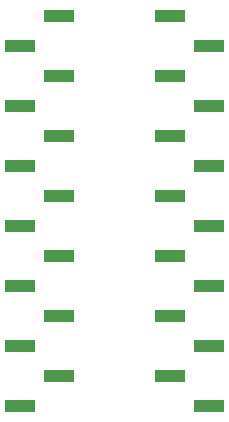
<source format=gbp>
G04 #@! TF.GenerationSoftware,KiCad,Pcbnew,9.0.6*
G04 #@! TF.CreationDate,2026-01-08T22:08:58-06:00*
G04 #@! TF.ProjectId,QFN-24_4x4_P0.5,51464e2d-3234-45f3-9478-345f50302e35,rev?*
G04 #@! TF.SameCoordinates,Original*
G04 #@! TF.FileFunction,Paste,Bot*
G04 #@! TF.FilePolarity,Positive*
%FSLAX46Y46*%
G04 Gerber Fmt 4.6, Leading zero omitted, Abs format (unit mm)*
G04 Created by KiCad (PCBNEW 9.0.6) date 2026-01-08 22:08:58*
%MOMM*%
%LPD*%
G01*
G04 APERTURE LIST*
%ADD10R,2.510000X1.000000*%
G04 APERTURE END LIST*
D10*
X131195000Y-129286000D03*
X127885000Y-126746000D03*
X131195000Y-124206000D03*
X127885000Y-121666000D03*
X131195000Y-119126000D03*
X127885000Y-116586000D03*
X131195000Y-114046000D03*
X127885000Y-111506000D03*
X131195000Y-108966000D03*
X127885000Y-106426000D03*
X131195000Y-103886000D03*
X127885000Y-101346000D03*
X131195000Y-98806000D03*
X127885000Y-96266000D03*
X115185000Y-129286000D03*
X118495000Y-126746000D03*
X115185000Y-124206000D03*
X118495000Y-121666000D03*
X115185000Y-119126000D03*
X118495000Y-116586000D03*
X115185000Y-114046000D03*
X118495000Y-111506000D03*
X115185000Y-108966000D03*
X118495000Y-106426000D03*
X115185000Y-103886000D03*
X118495000Y-101346000D03*
X115185000Y-98806000D03*
X118495000Y-96266000D03*
M02*

</source>
